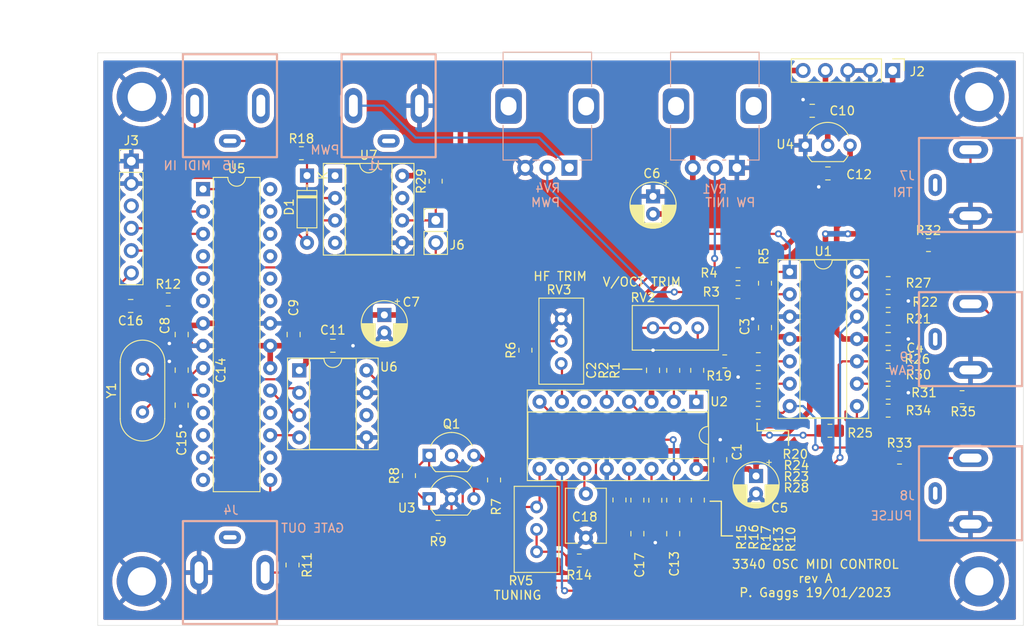
<source format=kicad_pcb>
(kicad_pcb (version 20211014) (generator pcbnew)
  (layers (0 "F.Cu" signal) (31 "B.Cu" signal) (34 "B.Paste" user) (35 "F.Paste" user) (36 "B.SilkS" user "B.Silkscreen") (37 "F.SilkS" user "F.Silkscreen") (38 "B.Mask" user) (39 "F.Mask" user) (44 "Edge.Cuts" user))
  (net 0 "")
  (net 1 "+12V")
  (net 2 "GND")
  (net 3 "-5V")
  (net 4 "-12V")
  (net 5 "Net-(J1-PadT)")
  (net 6 "Net-(R1-Pad1)")
  (net 7 "Net-(R1-Pad2)")
  (net 8 "Net-(R2-Pad2)")
  (net 9 "Net-(C13-Pad1)")
  (net 10 "Net-(C14-Pad1)")
  (net 11 "Net-(C15-Pad1)")
  (net 12 "Net-(C16-Pad1)")
  (net 13 "Net-(R6-Pad2)")
  (net 14 "Net-(C18-Pad1)")
  (net 15 "/DTR")
  (net 16 "+5V")
  (net 17 "Net-(C17-Pad1)")
  (net 18 "Net-(R10-Pad2)")
  (net 19 "Net-(D1-Pad1)")
  (net 20 "Net-(D1-Pad2)")
  (net 22 "/RXD")
  (net 23 "/TXD")
  (net 25 "Net-(J4-PadT)")
  (net 26 "Net-(J5-PadR)")
  (net 27 "Net-(J6-Pad1)")
  (net 28 "Net-(J7-PadT)")
  (net 29 "Net-(J8-PadT)")
  (net 30 "Net-(J9-PadT)")
  (net 31 "/REF_4V")
  (net 32 "Net-(R8-Pad1)")
  (net 33 "Net-(Q1-Pad2)")
  (net 34 "Net-(R3-Pad1)")
  (net 35 "Net-(R3-Pad2)")
  (net 36 "Net-(R4-Pad1)")
  (net 37 "Net-(R5-Pad2)")
  (net 38 "Net-(R15-Pad1)")
  (net 39 "Net-(R10-Pad1)")
  (net 40 "/GATE")
  (net 41 "Net-(R14-Pad2)")
  (net 42 "Net-(R17-Pad2)")
  (net 43 "Net-(R19-Pad1)")
  (net 44 "Net-(R19-Pad2)")
  (net 45 "Net-(R21-Pad2)")
  (net 46 "Net-(R23-Pad2)")
  (net 47 "Net-(R25-Pad1)")
  (net 48 "Net-(R25-Pad2)")
  (net 49 "Net-(R27-Pad2)")
  (net 50 "Net-(R28-Pad2)")
  (net 51 "Net-(R30-Pad2)")
  (net 52 "Net-(R34-Pad2)")
  (net 53 "Net-(RV3-Pad3)")
  (net 54 "Net-(U1-Pad12)")
  (net 60 "/SPI_CS")
  (net 63 "/SPI_DATA")
  (net 65 "/SPI_CLK")
  (footprint "Resistor_SMD:R_0805_2012Metric_Pad1.20x1.40mm_HandSolder" (layer "F.Cu") (at 142.234 62.82)
    (fp_text reference "R32")
    (fp_text value "470R")
  )
  (footprint "Capacitor_SMD:C_0805_2012Metric_Pad1.18x1.45mm_HandSolder" (layer "F.Cu") (at 130.8255 54.692)
    (fp_text reference "C12")
    (fp_text value "100nF")
  )
  (footprint "MountingHole:MountingHole_3.2mm_M3_ISO7380_Pad" (layer "F.Cu") (at 53 101)
    (fp_text reference "H1" hide)
    (fp_text value "MountingHole_Pad" hide)
  )
  (footprint "Resistor_SMD:R_0805_2012Metric_Pad1.20x1.40mm_HandSolder" (layer "F.Cu") (at 86.334 55.571 90)
    (fp_text reference "R29")
    (fp_text value "330R")
  )
  (footprint "Resistor_SMD:R_0805_2012Metric_Pad1.20x1.40mm_HandSolder" (layer "F.Cu") (at 102.626 98.634 180)
    (fp_text reference "R14")
    (fp_text value "91K")
  )
  (footprint "Potentiometer_THT:Potentiometer_Bourns_3296W_Vertical" (layer "F.Cu") (at 100.578 71.192 90)
    (fp_text reference "RV3")
    (fp_text value "20K")
  )
  (footprint "Resistor_SMD:R_0805_2012Metric_Pad1.20x1.40mm_HandSolder" (layer "F.Cu") (at 113.278 91.776 90)
    (fp_text reference "R13")
    (fp_text value "470R")
  )
  (footprint "Resistor_SMD:R_0805_2012Metric_Pad1.20x1.40mm_HandSolder" (layer "F.Cu") (at 120.628 68.154)
    (fp_text reference "R3")
    (fp_text value "100K")
  )
  (footprint "Capacitor_SMD:C_0805_2012Metric_Pad1.18x1.45mm_HandSolder" (layer "F.Cu") (at 51.738748 69.735 180)
    (fp_text reference "C16")
    (fp_text value "100nF")
  )
  (footprint "Crystal:Crystal_HC49-4H_Vertical" (layer "F.Cu") (at 53.08 81.78 90)
    (fp_text reference "Y1")
    (fp_text value "16MHz")
  )
  (footprint "Resistor_SMD:R_0805_2012Metric_Pad1.20x1.40mm_HandSolder" (layer "F.Cu") (at 56 69 180)
    (fp_text reference "R12")
    (fp_text value "10k")
  )
  (footprint "Resistor_SMD:R_0805_2012Metric_Pad1.20x1.40mm_HandSolder" (layer "F.Cu") (at 123.692 67.154 90)
    (fp_text reference "R5")
    (fp_text value "100K")
  )
  (footprint "Resistor_SMD:R_0805_2012Metric_Pad1.20x1.40mm_HandSolder" (layer "F.Cu") (at 70.098 99.142 -90)
    (fp_text reference "R11")
    (fp_text value "470R")
  )
  (footprint "Capacitor_SMD:C_0805_2012Metric_Pad1.18x1.45mm_HandSolder" (layer "F.Cu") (at 129.0475 47.58)
    (fp_text reference "C10")
    (fp_text value "100nF")
  )
  (footprint "Capacitor_SMD:C_0805_2012Metric_Pad1.18x1.45mm_HandSolder" (layer "F.Cu") (at 70.225 72.98 90)
    (fp_text reference "C9")
    (fp_text value "100nF")
  )
  (footprint "Capacitor_SMD:C_0805_2012Metric_Pad1.18x1.45mm_HandSolder" (layer "F.Cu") (at 109.214 95.586 -90)
    (fp_text reference "C17")
    (fp_text value "10nF")
  )
  (footprint "Resistor_SMD:R_0805_2012Metric_Pad1.20x1.40mm_HandSolder" (layer "F.Cu") (at 138.948 86.95)
    (fp_text reference "R33")
    (fp_text value "470R")
  )
  (footprint "Resistor_SMD:R_0805_2012Metric_Pad1.20x1.40mm_HandSolder" (layer "F.Cu") (at 107.182 91.76 -90)
    (fp_text reference "R15")
    (fp_text value "1M")
  )
  (footprint "Capacitor_SMD:C_0805_2012Metric_Pad1.18x1.45mm_HandSolder" (layer "F.Cu") (at 123.692 72.1965 90)
    (fp_text reference "C3")
    (fp_text value "100nF")
  )
  (footprint "Capacitor_SMD:C_0805_2012Metric_Pad1.18x1.45mm_HandSolder" (layer "F.Cu") (at 57.525 81.0025 -90)
    (fp_text reference "C15")
    (fp_text value "22pF")
  )
  (footprint "Resistor_SMD:R_0805_2012Metric_Pad1.20x1.40mm_HandSolder" (layer "F.Cu") (at 122.93 75.774)
    (fp_text reference "R20")
    (fp_text value "18K")
  )
  (footprint "Package_DIP:DIP-28_W7.62mm" (layer "F.Cu") (at 59.948 56.47)
    (fp_text reference "U5")
    (fp_text value "ATmega328P-P")
  )
  (footprint "Potentiometer_THT:Potentiometer_Bourns_3296W_Vertical" (layer "F.Cu") (at 110.982 72.218 180)
    (fp_text reference "RV2")
    (fp_text value "10K")
  )
  (footprint "Package_DIP:DIP-16_W7.62mm_Socket" (layer "F.Cu") (at 115.9 80.61 -90)
    (fp_text reference "U2")
    (fp_text value "AS3340")
  )
  (footprint "Resistor_SMD:R_0805_2012Metric_Pad1.20x1.40mm_HandSolder" (layer "F.Cu") (at 83.306 88.998 90)
    (fp_text reference "R8")
    (fp_text value "2K")
  )
  (footprint "Resistor_SMD:R_0805_2012Metric_Pad1.20x1.40mm_HandSolder" (layer "F.Cu") (at 86.608 94.824 180)
    (fp_text reference "R9")
    (fp_text value "3K3")
  )
  (footprint "Resistor_SMD:R_0805_2012Metric_Pad1.20x1.40mm_HandSolder" (layer "F.Cu") (at 131.058 83.902)
    (fp_text reference "R25")
    (fp_text value "10K")
  )
  (footprint "Capacitor_THT:C_Disc_D6.0mm_W4.4mm_P5.00mm" (layer "F.Cu") (at 103.372 91.054 -90)
    (fp_text reference "C18")
    (fp_text value "1nF")
  )
  (footprint "Resistor_SMD:R_0805_2012Metric_Pad1.20x1.40mm_HandSolder" (layer "F.Cu") (at 146.044 80.092)
    (fp_text reference "R35")
    (fp_text value "470R")
  )
  (footprint "Package_DIP:DIP-14_W7.62mm_Socket" (layer "F.Cu") (at 126.496 65.863)
    (fp_text reference "U1")
    (fp_text value "TL084")
  )
  (footprint "Capacitor_SMD:C_0805_2012Metric_Pad1.18x1.45mm_HandSolder" (layer "F.Cu") (at 74.67 74.25)
    (fp_text reference "C11")
    (fp_text value "100nF")
  )
  (footprint "Resistor_SMD:R_0805_2012Metric_Pad1.20x1.40mm_HandSolder" (layer "F.Cu") (at 122.93 77.806)
    (fp_text reference "R24")
    (fp_text value "18K")
  )
  (footprint "Resistor_SMD:R_0805_2012Metric_Pad1.20x1.40mm_HandSolder" (layer "F.Cu") (at 137.662 71.202 180)
    (fp_text reference "R21")
    (fp_text value "30K")
  )
  (footprint "Capacitor_SMD:C_0805_2012Metric_Pad1.18x1.45mm_HandSolder" (layer "F.Cu") (at 113.278 95.586 -90)
    (fp_text reference "C13")
    (fp_text value "10nF")
  )
  (footprint "Connector_PinHeader_2.54mm:PinHeader_1x06_P2.54mm_Vertical" (layer "F.Cu") (at 51.81 53.295)
    (fp_text reference "J3")
    (fp_text value "Conn_01x06")
  )
  (footprint "Resistor_SMD:R_0805_2012Metric_Pad1.20x1.40mm_HandSolder" (layer "F.Cu") (at 116.072 91.776 90)
    (fp_text reference "R10")
    (fp_text value "51K")
  )
  (footprint "Potentiometer_THT:Potentiometer_Bourns_3296W_Vertical" (layer "F.Cu") (at 97.784 97.638 -90)
    (fp_text reference "RV5")
    (fp_text value "20K")
  )
  (footprint "Package_TO_SOT_THT:TO-92_Inline_Wide" (layer "F.Cu") (at 128.264 51.496)
    (fp_text reference "U4")
    (fp_text value "L79L05_TO92")
  )
  (footprint "Resistor_SMD:R_0805_2012Metric_Pad1.20x1.40mm_HandSolder" (layer "F.Cu") (at 119.12 76.028 180)
    (fp_text reference "R19")
    (fp_text value "33K")
  )
  (footprint "Connector_PinHeader_2.54mm:PinHeader_1x05_P2.54mm_Vertical" (layer "F.Cu") (at 138.17 43.008 -90)
    (fp_text reference "J2")
    (fp_text value "Conn_01x05")
  )
  (footprint "Capacitor_SMD:C_0805_2012Metric_Pad1.18x1.45mm_HandSolder" (layer "F.Cu") (at 57.525 72.98 -90)
    (fp_text reference "C8")
    (fp_text value "100nF")
  )
  (footprint "Resistor_SMD:R_0805_2012Metric_Pad1.20x1.40mm_HandSolder" (layer "F.Cu") (at 120.628 66.122)
    (fp_text reference "R4")
    (fp_text value "240K")
  )
  (footprint "Resistor_SMD:R_0805_2012Metric_Pad1.20x1.40mm_HandSolder" (layer "F.Cu") (at 109.214 91.776 90)
    (fp_text reference "R16")
    (fp_text value "470R")
  )
  (footprint "Package_DIP:DIP-8_W7.62mm_Socket" (layer "F.Cu") (at 74.924 54.946)
    (fp_text reference "U7")
    (fp_text value "6N139")
  )
  (footprint "Resistor_SMD:R_0805_2012Metric_Pad1.20x1.40mm_HandSolder" (layer "F.Cu") (at 122.914 81.87)
    (fp_text reference "R28")
    (fp_text value "10K")
  )
  (footprint "Package_TO_SOT_THT:TO-92_Inline_Wide" (layer "F.Cu") (at 85.592 86.696)
    (fp_text reference "Q1")
    (fp_text value "2N3904")
  )
  (footprint "Capacitor_THT:CP_Radial_D5.0mm_P2.00mm" (layer "F.Cu") (at 110.992 57.292888 -90)
    (fp_text reference "C6")
    (fp_text value "10uF")
  )
  (footprint "Resistor_SMD:R_0805_2012Metric_Pad1.20x1.40mm_HandSolder" (layer "F.Cu") (at 122.93 79.838)
    (fp_text reference "R23")
    (fp_text value "30K")
  )
  (footprint "MountingHole:MountingHole_3.2mm_M3_ISO7380_Pad" (layer "F.Cu") (at 53 46)
    (fp_text reference "H4" hide)
    (fp_text value "MountingHole_Pad" hide)
  )
  (footprint "Resistor_SMD:R_0805_2012Metric_Pad1.20x1.40mm_HandSolder" (layer "F.Cu") (at 137.662 75.52 180)
    (fp_text reference "R26")
    (fp_text value "10K")
  )
  (footprint "Resistor_SMD:R_0805_2012Metric_Pad1.20x1.40mm_HandSolder" (layer "F.Cu") (at 116 77.044 -90)
    (fp_text reference "R1")
    (fp_text value "24K")
  )
  (footprint "Package_TO_SOT_THT:TO-92_Inline_Wide" (layer "F.Cu") (at 85.592 91.628)
    (fp_text reference "U3")
    (fp_text value "TL431LP")
  )
  (footprint "Capacitor_SMD:C_0805_2012Metric_Pad1.18x1.45mm_HandSolder" (layer "F.Cu") (at 137.662 73.488 180)
    (fp_text reference "C4")
    (fp_text value "100nF")
  )
  (footprint "Diode_THT:D_DO-35_SOD27_P7.62mm_Horizontal" (layer "F.Cu") (at 71.739 54.936 -90)
    (fp_text reference "D1")
    (fp_text value "1N4148")
  )
  (footprint "Resistor_SMD:R_0805_2012Metric_Pad1.20x1.40mm_HandSolder" (layer "F.Cu") (at 137.662 81.616)
    (fp_text reference "R34")
    (fp_text value "10K")
  )
  (footprint "Capacitor_THT:CP_Radial_D5.0mm_P2.00mm" (layer "F.Cu") (at 122.676 89.042888 -90)
    (fp_text reference "C5")
    (fp_text value "10uF")
  )
  (footprint "Capacitor_SMD:C_0805_2012Metric_Pad1.18x1.45mm_HandSolder" (layer "F.Cu") (at 118.612 87.204 90)
    (fp_text reference "C1")
    (fp_text value "100nF")
  )
  (footprint "Resistor_SMD:R_0805_2012Metric_Pad1.20x1.40mm_HandSolder" (layer "F.Cu") (at 137.662 77.552 180)
    (fp_text reference "R30")
    (fp_text value "30K")
  )
  (footprint "Package_DIP:DIP-8_W7.62mm_Socket" (layer "F.Cu") (at 70.86 77.044)
    (fp_text reference "U6")
    (fp_text value "MCP4822")
  )
  (footprint "Resistor_SMD:R_0805_2012Metric_Pad1.20x1.40mm_HandSolder" (layer "F.Cu") (at 113.278 77.044 -90)
    (fp_text reference "R2")
    (fp_text value "5K6")
  )
  (footprint "MountingHole:MountingHole_3.2mm_M3_ISO7380_Pad" (layer "F.Cu") (at 148 101)
    (fp_text reference "H2" hide)
    (fp_text value "MountingHole_Pad" hide)
  )
  (footprint "Resistor_SMD:R_0805_2012Metric_Pad1.20x1.40mm_HandSolder" (layer "F.Cu") (at 111.246 91.792 90)
    (fp_text reference "R17")
    (fp_text value "1K8")
  )
  (footprint "Resistor_SMD:R_0805_2012Metric_Pad1.20x1.40mm_HandSolder" (layer "F.Cu") (at 137.662 69.17 180)
    (fp_text reference "R22")
    (fp_text value "15K")
  )
  (footprint "Capacitor_SMD:C_0805_2012Metric_Pad1.18x1.45mm_HandSolder" (layer "F.Cu") (at 110.992 77.044 -90)
    (fp_text reference "C2")
    (fp_text value "100nF")
  )
  (footprint "Resistor_SMD:R_0805_2012Metric_Pad1.20x1.40mm_HandSolder" (layer "F.Cu") (at 92.958 89.49 90)
    (fp_text reference "R7")
    (fp_text value "3K3")
  )
  (footprint "Resistor_SMD:R_0805_2012Metric_Pad1.20x1.40mm_HandSolder" (layer "F.Cu") (at 96.514 74.758 90)
    (fp_text reference "R6")
    (fp_text value "1M")
  )
  (footprint "MountingHole:MountingHole_3.2mm_M3_ISO7380_Pad" (layer "F.Cu") (at 148 46)
    (fp_text reference "H3" hide)
    (fp_text value "MountingHole_Pad" hide)
  )
  (footprint "Resistor_SMD:R_0805_2012Metric_Pad1.20x1.40mm_HandSolder" (layer "F.Cu") (at 137.662 79.584 180)
    (fp_text reference "R31")
    (fp_text value "15K")
  )
  (footprint "Capacitor_SMD:C_0805_2012Metric_Pad1.18x1.45mm_HandSolder" (layer "F.Cu") (at 57.525 77.0225 90)
    (fp_text reference "C14")
    (fp_text value "22pF")
  )
  (footprint "Connector_PinHeader_2.54mm:PinHeader_1x02_P2.54mm_Vertical" (layer "F.Cu") (at 86.344 60.011)
    (fp_text reference "J6")
    (fp_text value "Conn_01x02")
  )
  (footprint "Resistor_SMD:R_0805_2012Metric_Pad1.20x1.40mm_HandSolder" (layer "F.Cu") (at 71.104 52.396)
    (fp_text reference "R18")
    (fp_text value "220R")
  )
  (footprint "Capacitor_THT:CP_Radial_D5.0mm_P2.00mm" (layer "F.Cu") (at 80.512 70.754888 -90)
    (fp_text reference "C7")
    (fp_text value "10uF")
  )
  (footprint "Resistor_SMD:R_0805_2012Metric_Pad1.20x1.40mm_HandSolder" (layer "F.Cu") (at 137.662 67.138)
    (fp_text reference "R27")
    (fp_text value "10K")
  )
  (footprint "Pete:jack_3.5mm_mono_vertical_soundtronics_7212-239" (layer "B.Cu") (at 81 47 -90)
    (fp_text reference "J1")
    (fp_text value "AudioJack2")
  )
  (footprint "Potentiometer_THT:Potentiometer_Alps_RK09K_Single_Vertical" (layer "B.Cu") (at 101.5 54.05 90)
    (fp_text reference "RV4")
    (fp_text value "100K")
  )
  (footprint "Pete:jack_3.5mm_mono_vertical_soundtronics_7212-239" (layer "B.Cu") (at 63 100 90)
    (fp_text reference "J4")
    (fp_text value "AudioJack2")
  )
  (footprint "Pete:jack_3.5mm_mono_vertical_soundtronics_7212-239" (layer "B.Cu") (at 147 73.5 180)
    (fp_text reference "J9")
    (fp_text value "AudioJack2")
  )
  (footprint "Pete:jack_3.5mm_stereo_vertical_soundtronics_7212-240" (layer "B.Cu") (at 63 47 -90)
    (fp_text reference "J5")
    (fp_text value "AudioJack3")
  )
  (footprint "Potentiometer_THT:Potentiometer_Alps_RK09K_Single_Vertical" (layer "B.Cu") (at 120.5 54.05 90)
    (fp_text reference "RV1")
    (fp_text value "100K")
  )
  (footprint "Pete:jack_3.5mm_mono_vertical_soundtronics_7212-239" (layer "B.Cu") (at 147 56 180)
    (fp_text reference "J7")
    (fp_text value "AudioJack2")
  )
  (footprint "Pete:jack_3.5mm_mono_vertical_soundtronics_7212-239" (layer "B.Cu") (at 147 91 180)
    (fp_text reference "J8")
    (fp_text value "AudioJack2")
  )
  (gr_line (start 122.803 83.902) (end 122.803 83.013) (layer "F.SilkS") (width 0.15))
  (gr_line (start 126.359 85.553) (end 126.359 83.902) (layer "F.SilkS") (width 0.15))
  (gr_line (start 126.359 83.902) (end 122.803 83.902) (layer "F.SilkS") (width 0.15))
  (gr_line (start 118.739 95.84) (end 118.739 91.903) (layer "F.SilkS") (width 0.15))
  (gr_line (start 107.563 76.917) (end 109.722 76.917) (layer "F.SilkS") (width 0.15))
  (gr_line (start 120.009 95.84) (end 118.739 95.84) (layer "F.SilkS") (width 0.15))
  (gr_line (start 118.739 91.903) (end 117.469 91.903) (layer "F.SilkS") (width 0.15))
  (gr_rect locked (start 48 41) (end 153 106) (layer "Edge.Cuts") (width 0.05) (fill none))
  (gr_text "MIDI IN" (at 58.16 53.803) (layer "B.SilkS") (effects (font (size 1 1)) (justify mirror)))
  (gr_text "SAW" (at 139.186 77.044) (layer "B.SilkS") (effects (font (size 1 1)) (justify mirror)))
  (gr_text "GATE OUT" (at 72.384 94.951) (layer "B.SilkS") (effects (font (size 1 1)) (justify mirror)))
  (gr_text "PWM" (at 98.8 57.994) (layer "B.SilkS") (effects (font (size 1 1)) (justify mirror)))
  (gr_text "PW INIT" (at 119.755 57.994) (layer "B.SilkS") (effects (font (size 1 1)) (justify mirror)))
  (gr_text "TRI" (at 139.313 56.851) (layer "B.SilkS") (effects (font (size 1 1)) (justify mirror)))
  (gr_text "PWM" (at 73.781 52.025) (layer "B.SilkS") (effects (font (size 1 1)) (justify mirror)))
  (gr_text "PULSE" (at 138.043 93.554) (layer "B.SilkS") (effects (font (size 1 1)) (justify mirror)))
  (gr_text "TUNING" (at 95.625 102.571) (layer "F.SilkS") (effects (font (size 1 1))))
  (gr_text "V/OCT TRIM" (at 109.722 67.011) (layer "F.SilkS") (effects (font (size 1 1))))
  (gr_text "3340 OSC MIDI CONTROL\nrev A\nP. Gaggs 19/01/2023" (at 129.407 100.666) (layer "F.SilkS") (effects (font (size 1 1))))
  (gr_text "HF TRIM" (at 100.451 66.376) (layer "F.SilkS") (effects (font (size 1 1))))
  (segment (start 107.182 92.76) (end 104.515 90.093) (width 0.25) (layer "F.Cu") (net 1))
  (segment (start 142.234 61.55) (end 138.17 57.486) (width 0.25) (layer "F.Cu") (net 1))
  (segment (start 104.615 86.415) (end 104.388 86.188) (width 0.25) (layer "F.Cu") (net 1))
  (segment (start 123.692 73.234) (end 126.247 73.234) (width 0.635) (layer "F.Cu") (net 1))
  (segment (start 126.867 83.521) (end 126.994 83.394) (width 0.25) (layer "F.Cu") (net 1))
  (segment (start 134.106 61.55) (end 133.09 61.55) (width 0.635) (layer "F.Cu") (net 1))
  (segment (start 115.9 88.23) (end 115.9 86.778) (width 0.635) (layer "F.Cu") (net 1))
  (segment (start 140.71 71.202) (end 138.662 71.202) (width 0.25) (layer "F.Cu") (net 1))
  (segment (start 120.517 80.473) (end 120.517 82.759) (width 0.25) (layer "F.Cu") (net 1))
  (segment (start 126.247 73.234) (end 126.496 73.483) (width 0.635) (layer "F.Cu") (net 1))
  (segment (start 126.994 83.394) (end 122.676 87.712) (width 0.635) (layer "F.Cu") (net 1))
  (segment (start 141.98 70.313) (end 142.234 70.059) (width 0.25) (layer "F.Cu") (net 1))
  (segment (start 141.218 76.917) (end 141.218 71.71) (width 0.25) (layer "F.Cu") (net 1))
  (segment (start 115.9 86.778) (end 115.31 86.188) (width 0.635) (layer "F.Cu") (net 1))
  (segment (start 141.218 71.71) (end 140.71 71.202) (width 0.25) (layer "F.Cu") (net 1))
  (segment (start 128.259 73.483) (end 128.772 73.996) (width 0.635) (layer "F.Cu") (net 1))
  (segment (start 96.546 86.188) (end 94.244 88.49) (width 0.635) (layer "F.Cu") (net 1))
  (segment (start 130.55 61.55) (end 130.55 71.202) (width 0.635) (layer "F.Cu") (net 1))
  (segment (start 121.874612 88.2415) (end 122.676 89.042888) (width 0.635) (layer "F.Cu") (net 1))
  (segment (start 121.279 83.521) (end 126.867 83.521) (width 0.25) (layer "F.Cu") (net 1))
  (segment (start 94.244 88.49) (end 92.958 88.49) (width 0.635) (layer "F.Cu") (net 1))
  (segment (start 115.31 86.188) (end 104.388 86.188) (width 0.635) (layer "F.Cu") (net 1))
  (segment (start 104.515 86.315) (end 104.388 86.188) (width 0.25) (layer "F.Cu") (net 1))
  (segment (start 142.234 70.059) (end 142.234 61.55) (width 0.25) (layer "F.Cu") (net 1))
  (segment (start 104.515 90.093) (end 104.515 86.315) (width 0.25) (layer "F.Cu") (net 1))
  (segment (start 91.164 86.696) (end 92.958 88.49) (width 0.635) (layer "F.Cu") (net 1))
  (segment (start 138.662 71.202) (end 140.583 71.202) (width 0.25) (layer "F.Cu") (net 1))
  (segment (start 138.17 57.486) (end 134.106 61.55) (width 0.635) (layer "F.Cu") (net 1))
  (segment (start 141.472 70.313) (end 141.98 70.313) (width 0.25) (layer "F.Cu") (net 1))
  (segment (start 128.772 81.616) (end 126.994 83.394) (width 0.635) (layer "F.Cu") (net 1))
  (segment (start 118.6005 88.23) (end 118.612 88.2415) (width 0.635) (layer "F.Cu") (net 1))
  (segment (start 138.662 77.552) (end 140.583 77.552) (width 0.25) (layer "F.Cu") (net 1))
  (segment (start 138.17 43.008) (end 138.17 57.486) (width 0.635) (layer "F.Cu") (net 1))
  (segment (start 128.259 73.483) (end 126.496 73.483) (width 0.635) (layer "F.Cu") (net 1))
  (segment (start 128.772 73.996) (end 128.772 81.616) (width 0.635) (layer "F.Cu") (net 1))
  (segment (start 120.517 82.759) (end 121.279 83.521) (width 0.25) (layer "F.Cu") (net 1))
  (segment (start 128.264 73.488) (end 128.259 73.483) (width 0.635) (layer "F.Cu") (net 1))
  (segment (start 115.9 88.23) (end 118.6005 88.23) (width 0.635) (layer "F.Cu") (net 1))
  (segment (start 122.676 87.712) (end 122.676 89.042888) (width 0.635) (layer "F.Cu") (net 1))
  (segment (start 140.583 77.552) (end 141.218 76.917) (width 0.25) (layer "F.Cu") (net 1))
  (segment (start 121.152 79.838) (end 120.517 80.473) (width 0.25) (layer "F.Cu") (net 1))
  (segment (start 140.583 71.202) (end 141.472 70.313) (width 0.25) (layer "F.Cu") (net 1))
  (segment (start 121.93 79.838) (end 121.152 79.838) (width 0.25) (layer "F.Cu") (net 1))
  (segment (start 104.388 86.188) (end 96.546 86.188) (width 0.635) (layer "F.Cu") (net 1))
  (segment (start 118.612 88.2415) (end 121.874612 88.2415) (width 0.635) (layer "F.Cu") (net 1))
  (segment (start 130.55 71.202) (end 128.264 73.488) (width 0.635) (layer "F.Cu") (net 1))
  (segment (start 90.672 86.696) (end 91.164 86.696) (width 0.635) (layer "F.Cu") (net 1))
  (via (at 133.09 61.55) (size 0.8) (drill 0.4) (layers "F.Cu" "B.Cu") (net 1))
  (via (at 130.55 61.55) (size 0.8) (drill 0.4) (layers "F.Cu" "B.Cu") (net 1))
  (segment (start 133.09 61.55) (end 130.55 61.55) (width 0.635) (layer "B.Cu") (net 1))
  (segment (start 138.662 79.584) (end 139.948 79.584) (width 0.25) (layer "F.Cu") (net 2))
  (segment (start 109.214 96.6235) (end 111.2245 96.6235) (width 0.25) (layer "F.Cu") (net 2))
  (segment (start 123.692 71.159) (end 122.338 71.159) (width 0.25) (layer "F.Cu") (net 2))
  (segment (start 111.2245 96.6235) (end 111.246 96.602) (width 0.25) (layer "F.Cu") (net 2))
  (segment (start 57.525 74.0175) (end 56.1495 74.0175) (width 0.25) (layer "F.Cu") (net 2))
  (segment (start 128.01 47.58) (end 128.01 46.31) (width 0.2032) (layer "F.Cu") (net 2))
  (segment (start 111.246 92.792) (end 111.246 96.602) (width 0.25) (layer "F.Cu") (net 2))
  (segment (start 87.608 94.824) (end 88.132 94.3) (width 0.25) (layer "F.Cu") (net 2))
  (segment (start 129.788 54.692) (end 129.788 56.216) (width 0.2032) (layer "F.Cu") (net 2))
  (segment (start 110.992 76.0065) (end 110.992 74.758) (width 0.25) (layer "F.Cu") (net 2))
  (segment (start 118.612 86.1665) (end 118.612 84.918) (width 0.2032) (layer "F.Cu") (net 2))
  (segment (start 75.7075 74.25) (end 76.956 74.25) (width 0.25) (layer "F.Cu") (net 2))
  (segment (start 138.6995 73.488) (end 139.948 73.488) (width 0.2032) (layer "F.Cu") (net 2))
  (segment (start 57.525 75.985) (end 56.171 75.985) (width 0.25) (layer "F.Cu") (net 2))
  (segment (start 122.338 71.159) (end 122.295 71.202) (width 0.25) (layer "F.Cu") (net 2))
  (segment (start 121.93 75.774) (end 121.93 77.806) (width 0.25) (layer "F.Cu") (net 2))
  (segment (start 138.662 75.52) (end 138.662 73.5255) (width 0.25) (layer "F.Cu") (net 2))
  (segment (start 138.662 73.5255) (end 138.6995 73.488) (width 0.25) (layer "F.Cu") (net 2))
  (segment (start 138.662 69.17) (end 139.948 69.17) (width 0.25) (layer "F.Cu") (net 2))
  (segment (start 56.1495 74.0175) (end 56.128 73.996) (width 0.25) (layer "F.Cu") (net 2))
  (segment (start 88.132 94.3) (end 88.132 91.628) (width 0.25) (layer "F.Cu") (net 2))
  (segment (start 56.171 75.985) (end 56.128 76.028) (width 0.25) (layer "F.Cu") (net 2))
  (segment (start 111.2675 96.6235) (end 111.246 96.602) (width 0.25) (layer "F.Cu") (net 2))
  (segment (start 113.278 96.6235) (end 111.2675 96.6235) (width 0.25) (layer "F.Cu") (net 2))
  (segment (start 57.525 82.04) (end 57.525 83.267) (width 0.25) (layer "F.Cu") (net 2))
  (segment (start 57.525 83.267) (end 57.398 83.394) (width 0.25) (layer "F.Cu") (net 2))
  (segment (start 69.9925 71.71) (end 67.568 71.71) (width 0.25) (layer "F.Cu") (net 2))
  (segment (start 70.225 71.9425) (end 69.9925 71.71) (width 0.25) (layer "F.Cu") (net 2))
  (segment (start 121.93 77.806) (end 120.644 77.806) (width 0.25) (layer "F.Cu") (net 2))
  (via (at 76.956 74.25) (size 0.8) (drill 0.4) (layers "F.Cu" "B.Cu") (net 2))
  (via (at 128.01 46.31) (size 0.8) (drill 0.4) (layers "F.Cu" "B.Cu") (net 2))
  (via (at 110.992 74.758) (size 0.8) (drill 0.4) (layers "F.Cu" "B.Cu") (net 2))
  (via (at 57.398 83.394) (size 0.8) (drill 0.4) (layers "F.Cu" "B.Cu") (net 2))
  (via (at 56.128 73.996) (size 0.8) (drill 0.4) (layers "F.Cu" "B.Cu") (net 2))
  (via (at 56.128 76.028) (size 0.8) (drill 0.4) (layers "F.Cu" "B.Cu") (net 2))
  (via (at 118.612 84.918) (size 0.8) (drill 0.4) (layers "F.Cu" "B.Cu") (net 2))
  (via (at 120.644 77.806) (size 0.8) (drill 0.4) (layers "F.Cu" "B.Cu") (net 2))
  (via (at 122.295 71.202) (size 0.8) (drill 0.4) (layers "F.Cu" "B.Cu") (net 2))
  (via (at 139.948 69.17) (size 0.8) (drill 0.4) (layers "F.Cu" "B.Cu") (net 2))
  (via (at 129.788 56.216) (size 0.8) (drill 0.4) (layers "F.Cu" "B.Cu") (net 2))
  (via (at 111.246 96.602) (size 0.8) (drill 0.4) (layers "F.Cu" "B.Cu") (net 2))
  (via (at 139.948 73.488) (size 0.8) (drill 0.4) (layers "F.Cu" "B.Cu") (net 2))
  (via (at 139.948 79.584) (size 0.8) (drill 0.4) (layers "F.Cu" "B.Cu") (net 2))
  (segment (start 131.863 57.189) (end 131.863 54.692) (width 0.635) (layer "F.Cu") (net 3))
  (segment (start 133.344 53.211) (end 133.344 51.496) (width 0.635) (layer "F.Cu") (net 3))
  (segment (start 109.2355 78.0815) (end 108.96 77.806) (width 0.635) (layer "F.Cu") (net 3))
  (segment (start 113.0295 76.044) (end 110.992 78.0815) (width 0.25) (layer "F.Cu") (net 3))
  (segment (start 131.863 54.692) (end 133.344 53.211) (width 0.635) (layer "F.Cu") (net 3))
  (segment (start 125.978 63.074) (end 131.863 57.189) (width 0.635) (layer "F.Cu") (net 3))
  (segment (start 113.522 72.218) (end 110.982 72.218) (width 0.25) (layer "F.Cu") (net 3))
  (segment (start 110.992 78.0815) (end 109.2355 78.0815) (width 0.635) (layer "F.Cu") (net 3))
  (segment (start 110.82 80.61) (end 110.82 78.2535) (width 0.635) (layer "F.Cu") (net 3))
  (segment (start 108.96 72.472) (end 108.96 69.678) (width 0.635) (layer "F.Cu") (net 3))
  (segment (start 110.982 72.218) (end 109.214 72.218) (width 0.25) (layer "F.Cu") (net 3))
  (segment (start 108.96 77.806) (end 108.96 72.472) (width 0.635) (layer "F.Cu") (net 3))
  (segment (start 109.214 72.218) (end 108.96 72.472) (width 0.25) (layer "F.Cu") (net 3))
  (segment (start 113.278 76.044) (end 113.0295 76.044) (width 0.25) (layer "F.Cu") (net 3))
  (segment (start 110.82 78.2535) (end 110.992 78.0815) (width 0.635) (layer "F.Cu") (net 3))
  (segment (start 115.564 63.074) (end 125.978 63.074) (width 0.635) (layer "F.Cu") (net 3))
  (segment (start 108.96 69.678) (end 115.564 63.074) (width 0.635) (layer "F.Cu") (net 3))
  (segment (start 125.978 50.628) (end 125.978 45.548) (width 0.635) (layer "F.Cu") (net 4))
  (segment (start 110.992 59.292888) (end 113.757112 59.292888) (width 0.635) (layer "F.Cu") (net 4))
  (segment (start 124.962 51.644) (end 125.978 50.628) (width 0.635) (layer "F.Cu") (net 4))
  (segment (start 134.121 73.488) (end 134.116 73.483) (width 0.635) (layer "F.Cu") (net 4))
  (segment (start 116.326 51.644) (end 124.962 51.644) (width 0.635) (layer "F.Cu") (net 4))
  (segment (start 130.085 46.775) (end 130.55 46.31) (width 0.635) (layer "F.Cu") (net 4))
  (segment (start 130.085 49.147) (end 130.804 49.866) (width 0.635) (layer "F.Cu") (net 4))
  (segment (start 130.085 47.58) (end 130.085 49.147) (width 0.635) (layer "F.Cu") (net 4))
  (segment (start 131.82 45.04) (end 130.55 45.04) (width 0.635) (layer "F.Cu") (net 4))
  (segment (start 130.085 47.58) (end 130.085 46.775) (width 0.635) (layer "F.Cu") (net 4))
  (segment (start 125.978 45.548) (end 126.486 45.04) (width 0.635) (layer "F.Cu") (net 4))
  (segment (start 135.884 49.104) (end 131.82 45.04) (width 0.635) (layer "F.Cu") (net 4))
  (segment (start 131.82 60.788) (end 135.884 56.724) (width 0.635) (layer "F.Cu") (net 4))
  (segment (start 136.6245 73.488) (end 134.121 73.488) (width 0.635) (layer "F.Cu") (net 4))
  (segment (start 126.486 45.04) (end 130.55 45.04) (width 0.635) (layer "F.Cu") (net 4))
  (segment (start 134.116 73.483) (end 132.577 73.483) (width 0.635) (layer "F.Cu") (net 4))
  (segment (start 115.5 54.05) (end 115.5 52.47) (width 0.635) (layer "F.Cu") (net 4))
  (segment (start 130.55 45.04) (end 130.55 43.008) (width 0.635) (layer "F.Cu") (net 4))
  (segment (start 115.5 57.55) (end 115.5 54.05) (width 0.635) (layer "F.Cu") (net 4))
  (segment (start 131.82 72.726) (end 131.82 60.788) (width 0.635) (layer "F.Cu") (net 4))
  (segment (start 130.804 49.866) (end 130.804 51.496) (width 0.635) (layer "F.Cu") (net 4))
  (segment (start 132.577 73.483) (end 131.82 72.726) (width 0.635) (layer "F.Cu") (net 4))
  (segment (start 115.5 52.47) (end 116.326 51.644) (width 0.635) (layer "F.Cu") (net 4))
  (segment (start 130.55 46.31) (end 130.55 45.04) (width 0.635) (layer "F.Cu") (net 4))
  (segment (start 113.757112 59.292888) (end 115.5 57.55) (width 0.635) (layer "F.Cu") (net 4))
  (segment (start 135.884 56.724) (end 135.884 49.104) (width 0.635) (layer "F.Cu") (net 4))
  (segment (start 80.44 47) (end 84.068 50.628) (width 0.25) (layer "B.Cu") (net 5))
  (segment (start 77 47) (end 80.44 47) (width 0.25) (layer "B.Cu") (net 5))
  (segment (start 98.078 50.628) (end 101.5 54.05) (width 0.25) (layer "B.Cu") (net 5))
  (segment (start 84.068 50.628) (end 98.078 50.628) (width 0.25) (layer "B.Cu") (net 5))
  (segment (start 116.062 75.982) (end 116 76.044) (width 0.25) (layer "F.Cu") (net 6))
  (segment (start 116.062 72.218) (end 116.062 75.982) (width 0.25) (layer "F.Cu") (net 6))
  (segment (start 115.9 78.144) (end 116 78.044) (width 0.25) (layer "F.Cu") (net 7))
  (segment (start 115.9 80.61) (end 115.9 78.144) (width 0.25) (layer "F.Cu") (net 7))
  (segment (start 113.36 80.61) (end 113.36 78.126) (width 0.25) (layer "F.Cu") (net 8))
  (segment (start 113.36 78.126) (end 113.278 78.044) (width 0.25) (layer "F.Cu") (net 8))
  (segment (start 113.278 92.776) (end 113.278 94.5485) (width 0.25) (layer "F.Cu") (net 9))
  (segment (start 54.24 78.06) (end 53.08 76.9) (width 0.25) (layer "F.Cu") (net 10))
  (segment (start 57.525 78.06) (end 54.24 78.06) (width 0.25) (layer "F.Cu") (net 10))
  (segment (start 58.16 78.06) (end 59.43 76.79) (width 0.25) (layer "F.Cu") (net 10))
  (segment (start 59.43 76.79) (end 59.948 76.79) (width 0.25) (layer "F.Cu") (net 10))
  (segment (start 57.525 78.06) (end 58.16 78.06) (width 0.25) (layer "F.Cu") (net 10))
  (segment (start 59.44 79.838) (end 59.948 79.33) (width 0.25) (layer "F.Cu") (net 11))
  (segment (start 54.895 79.965) (end 53.08 81.78) (width 0.25) (layer "F.Cu") (net 11))
  (segment (start 57.525 79.965) (end 57.652 79.838) (width 0.25) (layer "F.Cu") (net 11))
  (segment (start 57.525 79.965) (end 54.895 79.965) (width 0.25) (layer "F.Cu") (net 11))
  (segment (start 57.652 79.838) (end 59.44 79.838) (width 0.25) (layer "F.Cu") (net 11))
  (segment (start 61.462 56.47) (end 59.948 56.47) (width 0.25) (layer "F.Cu") (net 12))
  (segment (start 61.97 56.978) (end 61.462 56.47) (width 0.25) (layer "F.Cu") (net 12))
  (segment (start 55 69) (end 58.64 65.36) (width 0.25) (layer "F.Cu") (net 12))
  (segment (start 58.64 65.36) (end 61.462 65.36) (width 0.25) (layer "F.Cu") (net 12))
  (segment (start 54.265 69.735) (end 55 69) (width 0.25) (layer "F.Cu") (net 12))
  (segment (start 61.97 64.852) (end 61.97 56.978) (width 0.25) (layer "F.Cu") (net 12))
  (segment (start 52.776248 69.735) (end 54.265 69.735) (width 0.25) (layer "F.Cu") (net 12))
  (segment (start 61.462 65.36) (end 61.97 64.852) (width 0.25) (layer "F.Cu") (net 12))
  (segment (start 96.514 73.758) (end 96.54 73.732) (width 0.25) (layer "F.Cu") (net 13))
  (segment (start 96.54 73.732) (end 100.578 73.732) (width 0.25) (layer "F.Cu") (net 13))
  (segment (start 103.2 88.23) (end 103.2 90.882) (width 0.25) (layer "F.Cu") (net 14))
  (segment (start 103.2 90.882) (end 103.372 91.054) (width 0.25) (layer "F.Cu") (net 14))
  (segment (start 50.54 67.265) (end 50.54 69.573752) (width 0.25) (layer "F.Cu") (net 15))
  (segment (start 51.81 65.995) (end 50.54 67.265) (width 0.25) (layer "F.Cu") (net 15))
  (segment (start 50.54 69.573752) (end 50.701248 69.735) (width 0.25) (layer "F.Cu") (net 15))
  (segment (start 88.507 54.571) (end 86.334 54.571) (width 0.635) (layer "F.Cu") (net 16))
  (segment (start 86.201 54.438) (end 86.334 54.571) (width 0.635) (layer "F.Cu") (net 16))
  (segment (start 80.512 70.754888) (end 86.547112 70.754888) (width 0.635) (layer "F.Cu") (net 16))
  (segment (start 67.568 74.25) (end 67.568 76.79) (width 0.635) (layer "F.Cu") (net 16))
  (segment (start 65.526 74.25) (end 62.986 71.71) (width 0.635) (layer "F.Cu") (net 16))
  (segment (start 82.544 54.946) (end 83.814 54.946) (width 0.635) (layer "F.Cu") (net 16))
  (segment (start 70.86 77.044) (end 71.622 76.282) (width 0.635) (layer "F.Cu") (net 16))
  (segment (start 73.6325 74.25) (end 71.622 74.25) (width 0.635) (layer "F.Cu") (net 16))
  (segment (start 62.986 71.71) (end 59.948 71.71) (width 0.635) (layer "F.Cu") (net 16))
  (segment (start 57.652 70.694) (end 57.652 71.8155) (width 0.2032) (layer "F.Cu") (net 16))
  (segment (start 71.622 76.282) (end 71.622 74.25) (width 0.635) (layer "F.Cu") (net 16))
  (segment (start 57.525 71.9425) (end 59.7155 71.9425) (width 0.635) (layer "F.Cu") (net 16))
  (segment (start 69.9925 74.25) (end 70.225 74.0175) (width 0.635) (layer "F.Cu") (net 16))
  (segment (start 89.148 53.93) (end 88.507 54.571) (width 0.635) (layer "F.Cu") (net 16))
  (segment (start 57.652 71.8155) (end 57.525 71.9425) (width 0.2032) (layer "F.Cu") (net 16))
  (segment (start 84.322 54.438) (end 86.201 54.438) (width 0.635) (layer "F.Cu") (net 16))
  (segment (start 89.148 46.31) (end 89.148 53.93) (width 0.635) (layer "F.Cu") (net 16))
  (segment (start 92.45 43.008) (end 89.148 46.31) (width 0.635) (layer "F.Cu") (net 16))
  (segment (start 71.622 74.25) (end 70.4575 74.25) (width 0.635) (layer "F.Cu") (net 16))
  (segment (start 67.568 74.25) (end 69.9925 74.25) (width 0.635) (layer "F.Cu") (net 16))
  (segment (start 83.814 54.946) (end 84.322 54.438) (width 0.635) (layer "F.Cu") (net 16))
  (segment (start 57 69) (end 57 70.042) (width 0.2032) (layer "F.Cu") (net 16))
  (segment (start 67.568 74.25) (end 65.526 74.25) (width 0.635) (layer "F.Cu") (net 16))
  (segment (start 74.101112 70.754888) (end 73.6325 71.2235) (width 0.635) (layer "F.Cu") (net 16))
  (segment (start 86.547112 70.754888) (end 88.507 68.795) (width 0.635) (layer "F.Cu") (net 16))
  (segment (start 59.7155 71.9425) (end 59.948 71.71) (width 0.635) (layer "F.Cu") (net 16))
  (segment (start 88.507 68.795) (end 88.507 54.571) (width 0.635) (layer "F.Cu") (net 16))
  (segment (start 70.4575 74.25) (end 70.225 74.0175) (width 0.635) (layer "F.Cu") (net 16))
  (segment (start 57 70.042) (end 57.652 70.694) (width 0.2032) (layer "F.Cu") (net 16))
  (segment (start 128.01 43.008) (end 92.45 43.008) (width 0.635) (layer "F.Cu") (net 16))
  (segment (start 73.6325 71.2235) (end 73.6325 74.25) (width 0.635) (layer "F.Cu") (net 16))
  (segment (start 80.512 70.754888) (end 74.101112 70.754888) (width 0.635) (layer "F.Cu") (net 16))
  (segment (start 109.214 94.5485) (end 109.214 92.776) (width 0.25) (layer "F.Cu") (net 17))
  (segment (start 97.022 84.918) (end 96.514 84.41) (width 0.25) (layer "F.Cu") (net 18))
  (segment (start 96.514 75.758) (end 96.514 84.41) (width 0.25) (layer "F.Cu") (net 18))
  (segment (start 113.278 90.776) (end 113.36 90.694) (width 0.25) (layer "F.Cu") (net 18))
  (segment (start 116.072 90.776) (end 114.564 90.776) (width 0.25) (layer "F.Cu") (net 18))
  (segment (start 113.278 90.776) (end 114.564 90.776) (width 0.25) (layer "F.Cu") (net 18))
  (segment (start 114.04 98.634) (end 114.564 98.11) (width 0.25) (layer "F.Cu") (net 18))
  (segment (start 103.626 98.634) (end 114.04 98.634) (width 0.25) (layer "F.Cu") (net 18))
  (segment (start 113.278 84.918) (end 97.022 84.918) (width 0.25) (layer "F.Cu") (net 18))
  (segment (start 114.564 98.11) (end 114.564 90.776) (width 0.25) (layer "F.Cu") (net 18))
  (segment (start 113.36 90.694) (end 113.36 88.23) (width 0.25) (layer "F.Cu") (net 18))
  (via (at 113.278 84.918) (size 0.8) (drill 0.4) (layers "F.Cu" "B.Cu") (net 18))
  (segment (start 113.36 85) (end 113.278 84.918) (width 0.25) (layer "B.Cu") (net 18))
  (segment (start 113.36 88.23) (end 113.36 85) (width 0.25) (layer "B.Cu") (net 18))
  (segment (start 72.638 57.486) (end 71.739 56.587) (width 0.25) (layer "F.Cu") (net 19))
  (segment (start 71.739 56.587) (end 71.739 54.936) (width 0.25) (layer "F.Cu") (net 19))
  (segment (start 74.924 57.486) (end 72.638 57.486) (width 0.25) (layer "F.Cu") (net 19))
  (segment (start 72.104 52.396) (end 71.739 52.761) (width 0.25) (layer "F.Cu") (net 19))
  (segment (start 71.739 52.761) (end 71.739 54.936) (width 0.25) (layer "F.Cu") (net 19))
  (segment (start 59 51.214) (end 61.716 53.93) (width 0.25) (layer "F.Cu") (net 20))
  (segment (start 69.59 60.407) (end 71.739 62.556) (width 0.25) (layer "F.Cu") (net 20))
  (segment (start 71.739 60.925) (end 71.739 62.556) (width 0.25) (layer "F.Cu") (net 20))
  (segment (start 61.716 53.93) (end 68.32 53.93) (width 0.25) (layer "F.Cu") (net 20))
  (segment (start 69.59 55.2) (end 69.59 60.407) (width 0.25) (layer "F.Cu") (net 20))
  (segment (start 68.32 53.93) (end 69.59 55.2) (width 0.25) (layer "F.Cu") (net 20))
  (segment (start 72.638 60.026) (end 71.739 60.925) (width 0.25) (layer "F.Cu") (net 20))
  (segment (start 74.924 60.026) (end 72.638 60.026) (width 0.25) (layer "F.Cu") (net 20))
  (segment (start 59 47) (end 59 51.214) (width 0.25) (layer "F.Cu") (net 20))
  (segment (start 63.748 56.724) (end 62.224 55.2) (width 0.25) (layer "F.Cu") (net 22))
  (segment (start 63.748 64.598) (end 63.748 56.724) (width 0.25) (layer "F.Cu") (net 22))
  (segment (start 86.344 62.551) (end 86.344 64.608) (width 0.25) (layer "F.Cu") (net 22))
  (segment (start 57.906 55.2) (end 57.652 55.454) (width 0.25) (layer "F.Cu") (net 22))
  (segment (start 85.592 65.36) (end 64.51 65.36) (width 0.25) (layer "F.Cu") (net 22))
  (segment (start 57.652 59.01) (end 57.398 59.01) (width 0.25) (layer "F.Cu") (net 22))
  (segment (start 64.51 65.36) (end 63.748 64.598) (width 0.25) (layer "F.Cu") (net 22))
  (segment (start 55.493 60.915) (end 51.81 60.915) (width 0.25) (layer "F.Cu") (net 22))
  (segment (start 59.948 59.01) (end 57.652 59.01) (width 0.25) (layer "F.Cu") (net 22))
  (segment (start 86.344 64.608) (end 85.592 65.36) (width 0.25) (layer "F.Cu") (net 22))
  (segment (start 62.224 55.2) (end 57.906 55.2) (width 0.25) (layer "F.Cu") (net 22))
  (segment (start 57.652 55.454) (end 57.652 59.01) (width 0.25) (layer "F.Cu") (net 22))
  (segment (start 57.398 59.01) (end 55.493 60.915) (width 0.25) (layer "F.Cu") (net 22))
  (segment (start 59.948 61.55) (end 57.398 61.55) (width 0.25) (layer "F.Cu") (net 23))
  (segment (start 55.493 63.455) (end 51.81 63.455) (width 0.25) (layer "F.Cu") (net 23))
  (segment (start 57.398 61.55) (end 55.493 63.455) (width 0.25) (layer "F.Cu") (net 23))
  (segment (start 69.956 100) (end 67 100) (width 0.25) (layer "F.Cu") (net 25))
  (segment (start 70.098 100.142) (end 69.956 100) (width 0.25) (layer "F.Cu") (net 25))
  (segment (start 68.708 51) (end 63 51) (width 0.25) (layer "F.Cu") (net 26))
  (segment (start 70.104 52.396) (end 68.708 51) (width 0.25) (layer "F.Cu") (net 26))
  (segment (start 82.544 60.026) (end 86.329 60.026) (width 0.25) (layer "F.Cu") (net 27))
  (segment (start 86.334 56.571) (end 86.344 56.581) (width 0.25) (layer "F.Cu") (net 27))
  (segment (start 86.329 60.026) (end 86.344 60.011) (width 0.25) (layer "F.Cu") (net 27))
  (segment (start 86.344 56.581) (end 86.344 60.011) (width 0.25) (layer "F.Cu") (net 27))
  (segment (start 147.06 55.2) (end 147 55.14) (width 0.25) (layer "F.Cu") (net 28))
  (segment (start 143.234 62.82) (end 143.234 59.026) (width 0.25) (layer "F.Cu") (net 28))
  (segment (start 147 55.14) (end 147 52) (width 0.25) (layer "F.Cu") (net 28))
  (segment (start 143.234 59.026) (end 147.06 55.2) (width 0.25) (layer "F.Cu") (net 28))
  (segment (start 139.948 86.95) (end 139.998 87) (width 0.25) (layer "F.Cu") (net 29))
  (segment (start 139.998 87) (end 147 87) (width 0.25) (layer "F.Cu") (net 29))
  (segment (start 150.235 78.822) (end 150.235 71.71) (width 0.25) (layer "F.Cu") (net 30))
  (segment (start 148.025 69.5) (end 147 69.5) (width 0.25) (layer "F.Cu") (net 30))
  (segment (start 150.235 71.71) (end 148.025 69.5) (width 0.25) (layer "F.Cu") (net 30))
  (segment (start 148.965 80.092) (end 150.235 78.822) (width 0.25) (layer "F.Cu") (net 30))
  (segment (start 147.044 80.092) (end 148.965 80.092) (width 0.25) (layer "F.Cu") (net 30))
  (segment (start 84.29 87.998) (end 85.592 86.696) (width 0.25) (layer "F.Cu") (net 31))
  (segment (start 98.12 92.222) (end 97.784 92.558) (width 0.25) (layer "F.Cu") (net 31))
  (segment (start 89.402 93.3) (end 89.402 90.252) (width 0.25) (layer "F.Cu") (net 31))
  (segment (start 83.306 87.998) (end 84.29 87.998) (width 0.25) (layer "F.Cu") (net 31))
  (segment (start 92.45 94.062) (end 90.164 94.062) (width 0.25) (layer "F.Cu") (net 31))
  (segment (start 86.1 89.49) (end 85.592 88.982) (width 0.25) (layer "F.Cu") (net 31))
  (segment (start 89.402 90.252) (end 88.64 89.49) (width 0.25) (layer "F.Cu") (net 31))
  (segment (start 90.164 94.062) (end 89.402 93.3) (width 0.25) (layer "F.Cu") (net 31))
  (segment (start 85.592 88.982) (end 85.592 86.696) (width 0.25) (layer "F.Cu") (net 31))
  (segment (start 88.64 89.49) (end 86.1 89.49) (width 0.25) (layer "F.Cu") (net 31))
  (segment (start 98.12 88.23) (end 98.12 92.222) (width 0.25) (layer "F.Cu") (net 31))
  (segment (start 97.784 92.558) (end 93.954 92.558) (width 0.25) (layer "F.Cu") (net 31))
  (segment (start 93.954 92.558) (end 92.45 94.062) (width 0.25) (layer "F.Cu") (net 31))
  (segment (start 85.592 91.628) (end 84.936 91.628) (width 0.25) (layer "F.Cu") (net 32))
  (segment (start 85.592 94.808) (end 85.608 94.824) (width 0.25) (layer "F.Cu") (net 32))
  (segment (start 84.936 91.628) (end 83.306 89.998) (width 0.25) (layer "F.Cu") (net 32))
  (segment (start 85.592 91.628) (end 85.592 94.808) (width 0.25) (layer "F.Cu") (net 32))
  (segment (start 90.688 90.49) (end 90.672 90.506) (width 0.25) (layer "F.Cu") (net 33))
  (segment (start 90.672 89.236) (end 88.132 86.696) (width 0.25) (layer "F.Cu") (net 33))
  (segment (start 92.958 90.49) (end 90.688 90.49) (width 0.25) (layer "F.Cu") (net 33))
  (segment (start 90.672 90.506) (end 90.672 89.236) (width 0.25) (layer "F.Cu") (net 33))
  (segment (start 90.672 91.628) (end 90.672 90.506) (width 0.25) (layer "F.Cu") (net 33))
  (segment (start 113.405 68.154) (end 119.628 68.154) (width 0.25) (layer "F.Cu") (net 34))
  (via (at 113.405 68.154) (size 0.8) (drill 0.4) (layers "F.Cu" "B.Cu") (net 34))
  (segment (start 99 56.162) (end 108.579 65.741) (width 0.25) (layer "B.Cu") (net 34))
  (segment (start 99 54.05) (end 99 56.162) (width 0.25) (layer "B.Cu") (net 34))
  (segment (start 110.992 68.154) (end 113.405 68.154) (width 0.25) (layer "B.Cu") (net 34))
  (segment (start 108.579 65.741) (end 110.992 68.154) (width 0.25) (layer "B.Cu") (net 34))
  (segment (start 123.692 68.154) (end 121.628 68.154) (width 0.25) (layer "F.Cu") (net 35))
  (segment (start 123.692 68.154) (end 123.941 68.403) (width 0.25) (layer "F.Cu") (net 35))
  (segment (start 121.628 66.122) (end 121.628 68.154) (width 0.25) (layer "F.Cu") (net 35))
  (segment (start 123.941 68.403) (end 126.496 68.403) (width 0.25) (layer "F.Cu") (net 35))
  (segment (start 118.485 66.122) (end 119.628 66.122) (width 0.25) (layer "F.Cu") (net 36))
  (segment (start 117.977 65.614) (end 118.485 66.122) (width 0.25) (layer "F.Cu") (net 36))
  (segment (start 117.977 64.344) (end 117.977 65.614) (width 0.25) (layer "F.Cu") (net 36))
  (via (at 117.977 64.344) (size 0.8) (drill 0.4) (layers "F.Cu" "B.Cu") (net 36))
  (segment (start 118 54.05) (end 118 64.321) (width 0.25) (layer "B.Cu") (net 36))
  (segment (start 118 64.321) (end 117.977 64.344) (width 0.25) (layer "B.Cu") (net 36))
  (segment (start 107.182 69.678) (end 107.182 77.298) (width 0.25) (layer "F.Cu") (net 37))
  (segment (start 125.216 61.55) (end 115.31 61.55) (width 0.25) (layer "F.Cu") (net 37))
  (segment (start 115.31 61.55) (end 107.182 69.678) (width 0.25) (layer "F.Cu") (net 37))
  (segment (start 123.692 66.154) (end 123.983 65.863) (width 0.25) (layer "F.Cu") (net 37))
  (segment (start 105.74 78.74) (end 105.74 80.61) (width 0.25) (layer "F.Cu") (net 37))
  (segment (start 107.182 77.298) (end 105.74 78.74) (width 0.25) (layer "F.Cu") (net 37))
  (segment (start 123.983 65.863) (end 126.496 65.863) (width 0.25) (layer "F.Cu") (net 37))
  (via (at 125.216 61.55) (size 0.8) (drill 0.4) (layers "F.Cu" "B.Cu") (net 37))
  (segment (start 126.496 62.83) (end 125.216 61.55) (width 0.25) (layer "B.Cu") (net 37))
  (segment (start 126.496 65.863) (end 126.496 62.83) (width 0.25) (layer "B.Cu") (net 37))
  (segment (start 108.28 88.23) (end 108.28 89.842) (width 0.25) (layer "F.Cu") (net 38))
  (segment (start 108.28 89.842) (end 109.214 90.776) (width 0.25) (layer "F.Cu") (net 38))
  (segment (start 107.198 90.776) (end 107.182 90.76) (width 0.25) (layer "F.Cu") (net 38))
  (segment (start 109.214 90.776) (end 107.198 90.776) (width 0.25) (layer "F.Cu") (net 38))
  (segment (start 114.548 100.92) (end 86.862 100.92) (width 0.25) (layer "F.Cu") (net 39))
  (segment (start 81.528 80.092) (end 78.48 77.044) (width 0.25) (layer "F.Cu") (net 39))
  (segment (start 86.862 100.92) (end 81.528 95.586) (width 0.25) (layer "F.Cu") (net 39))
  (segment (start 81.528 95.586) (end 81.528 80.092) (width 0.25) (layer "F.Cu") (net 39))
  (segment (start 116.072 92.776) (end 116.072 99.396) (width 0.25) (layer "F.Cu") (net 39))
  (segment (start 116.072 99.396) (end 114.548 100.92) (width 0.25) (layer "F.Cu") (net 39))
  (segment (start 67.568 89.49) (end 67.568 92.548) (width 0.25) (layer "F.Cu") (net 40))
  (segment (start 70.098 95.078) (end 70.098 98.142) (width 0.25) (layer "F.Cu") (net 40))
  (segment (start 67.568 92.548) (end 70.098 95.078) (width 0.25) (layer "F.Cu") (net 40))
  (segment (start 101.626 98.634) (end 100.63 97.638) (width 0.25) (layer "F.Cu") (net 41))
  (segment (start 100.63 97.638) (end 97.784 97.638) (width 0.25) (layer "F.Cu") (net 41))
  (segment (start 97.784 95.098) (end 97.784 97.638) (width 0.25) (layer "F.Cu") (net 41))
  (segment (start 110.82 90.366) (end 110.82 88.23) (width 0.25) (layer "F.Cu") (net 42))
  (segment (start 111.246 90.792) (end 110.82 90.366) (width 0.25) (layer "F.Cu") (net 42))
  (segment (start 123.93 75.377) (end 123.93 75.774) (width 0.25) (layer "F.Cu") (net 43))
  (segment (start 120.12 75.028) (end 120.517 74.631) (width 0.25) (layer "F.Cu") (net 43))
  (segment (start 123.184 74.631) (end 123.93 75.377) (width 0.25) (layer "F.Cu") (net 43))
  (segment (start 120.517 74.631) (end 123.184 74.631) (width 0.25) (layer "F.Cu") (net 43))
  (segment (start 124.179 76.023) (end 126.496 76.023) (width 0.25) (layer "F.Cu") (net 43))
  (segment (start 120.12 76.028) (end 120.12 75.028) (width 0.25) (layer "F.Cu") (net 43))
  (segment (start 123.93 75.774) (end 124.179 76.023) (width 0.25) (layer "F.Cu") (net 43))
  (segment (start 118.12 81.6) (end 118.12 76.028) (width 0.25) (layer "F.Cu") (net 44))
  (segment (start 108.28 80.61) (end 110.048 82.378) (width 0.25) (layer "F.Cu") (net 44))
  (segment (start 117.342 82.378) (end 118.12 81.6) (width 0.25) (layer "F.Cu") (net 44))
  (segment (start 110.048 82.378) (end 117.342 82.378) (width 0.25) (layer "F.Cu") (net 44))
  (segment (start 136.662 71.202) (end 136.662 69.17) (width 0.25) (layer "F.Cu") (net 45))
  (segment (start 136.662 69.17) (end 135.895 68.403) (width 0.25) (layer "F.Cu") (net 45))
  (segment (start 135.895 68.403) (end 134.116 68.403) (width 0.25) (layer "F.Cu") (net 45))
  (segment (start 136.662 67.138) (end 136.662 69.17) (width 0.25) (layer "F.Cu") (net 45))
  (segment (start 121.914 81.87) (end 123.93 79.854) (width 0.25) (layer "F.Cu") (net 46))
  (segment (start 123.93 77.806) (end 123.93 79.838) (width 0.25) (layer "F.Cu") (net 46))
  (segment (start 123.93 79.854) (end 123.93 79.838) (width 0.25) (layer "F.Cu") (net 46))
  (segment (start 124.687 78.563) (end 126.496 78.563) (width 0.25) (layer "F.Cu") (net 46))
  (segment (start 123.93 77.806) (end 124.687 78.563) (width 0.25) (layer "F.Cu") (net 46))
  (segment (start 120.136 83.394) (end 120.644 83.902) (width 0.25) (layer "F.Cu") (net 47))
  (segment (start 121.152 84.41) (end 124.2 84.41) (width 0.25) (layer "F.Cu") (net 47))
  (segment (start 129.55 84.41) (end 130.058 83.902) (width 0.25) (layer "F.Cu") (net 47))
  (segment (start 120.644 83.902) (end 121.152 84.41) (width 0.25) (layer "F.Cu") (net 47))
  (segment (start 100.904 83.394) (end 118.104 83.394) (width 0.25) (layer "F.Cu") (net 47))
  (segment (start 128.01 84.41) (end 129.55 84.41) (width 0.25) (layer "F.Cu") (net 47))
  (segment (start 98.12 80.61) (end 100.904 83.394) (width 0.25) (layer "F.Cu") (net 47))
  (segment (start 118.104 83.394) (end 120.136 83.394) (width 0.25) (layer "F.Cu") (net 47))
  (via (at 124.2 84.41) (size 0.8) (drill 0.4) (layers "F.Cu" "B.Cu") (net 47))
  (via (at 128.01 84.41) (size 0.8) (drill 0.4) (layers "F.Cu" "B.Cu") (net 47))
  (segment (start 124.2 84.41) (end 128.01 84.41) (width 0.25) (layer "B.Cu") (net 47))
  (segment (start 136.159 76.023) (end 134.116 76.023) (width 0.25) (layer "F.Cu") (net 48))
  (segment (start 132.46 76.023) (end 134.116 76.023) (width 0.25) (layer "F.Cu") (net 48))
  (segment (start 132.058 83.902) (end 132.058 76.425) (width 0.25) (layer "F.Cu") (net 48))
  (segment (start 136.662 75.52) (end 136.159 76.023) (width 0.25) (layer "F.Cu") (net 48))
  (segment (start 132.058 76.425) (end 132.46 76.023) (width 0.25) (layer "F.Cu") (net 48))
  (segment (start 141.234 66.233) (end 140.202 67.265) (width 0.25) (layer "F.Cu") (net 49))
  (segment (start 138.789 67.265) (end 138.662 67.138) (width 0.25) (layer "F.Cu") (net 49))
  (segment (start 138.662 66.233) (end 138.292 65.863) (width 0.25) (layer "F.Cu") (net 49))
  (segment (start 140.202 67.265) (end 138.789 67.265) (width 0.25) (layer "F.Cu") (net 49))
  (segment (start 138.662 67.138) (end 138.662 66.233) (width 0.25) (layer "F.Cu") (net 49))
  (segment (start 141.234 62.82) (end 141.234 66.233) (width 0.25) (layer "F.Cu") (net 49))
  (segment (start 138.292 65.863) (end 134.116 65.863) (width 0.25) (layer "F.Cu") (net 49))
  (segment (start 123.914 81.87) (end 125.729 81.87) (width 0.25) (layer "F.Cu") (net 50))
  (segment (start 136.805 85.807) (end 137.948 86.95) (width 0.25) (layer "F.Cu") (net 50))
  (segment (start 125.729 81.87) (end 126.496 81.103) (width 0.25) (layer "F.Cu") (net 50))
  (segment (start 129.407 85.807) (end 136.805 85.807) (width 0.25) (layer "F.Cu") (net 50))
  (via (at 129.407 85.807) (size 0.8) (drill 0.4) (layers "F.Cu" "B.Cu") (net 50))
  (segment (start 126.496 81.103) (end 128.005 81.103) (width 0.25) (layer "B.Cu") (net 50))
  (segment (start 129.407 82.505) (end 129.407 85.807) (width 0.25) (layer "B.Cu") (net 50))
  (segment (start 128.005 81.103) (end 129.407 82.505) (width 0.25) (layer "B.Cu") (net 50))
  (segment (start 136.662 77.552) (end 136.662 79.584) (width 0.25) (layer "F.Cu") (net 51))
  (segment (start 136.662 81.616) (end 136.662 79.584) (width 0.25) (layer "F.Cu") (net 51))
  (segment (start 135.651 78.563) (end 134.116 78.563) (width 0.25) (layer "F.Cu") (net 51))
  (segment (start 136.662 77.552) (end 135.651 78.563) (width 0.25) (layer "F.Cu") (net 51))
  (segment (start 138.662 82.394) (end 138.043 83.013) (width 0.25) (layer "F.Cu") (net 52))
  (segment (start 134.116 82.368) (end 134.116 81.103) (width 0.25) (layer "F.Cu") (net 52))
  (segment (start 138.789 81.743) (end 138.662 81.616) (width 0.25) (layer "F.Cu") (net 52))
  (segment (start 145.044 80.092) (end 143.504 80.092) (width 0.25) (layer "F.Cu") (net 52))
  (segment (start 141.853 81.743) (end 138.789 81.743) (width 0.25) (layer "F.Cu") (net 52))
  (segment (start 143.504 80.092) (end 141.853 81.743) (width 0.25) (layer "F.Cu") (net 52))
  (segment (start 134.741 83.013) (end 134.106 82.378) (width 0.25) (layer "F.Cu") (net 52))
  (segment (start 134.106 82.378) (end 134.116 82.368) (width 0.25) (layer "F.Cu") (net 52))
  (segment (start 138.043 83.013) (end 134.741 83.013) (width 0.25) (layer "F.Cu") (net 52))
  (segment (start 138.662 81.616) (end 138.662 82.394) (width 0.25) (layer "F.Cu") (net 52))
  (segment (start 100.66 80.61) (end 100.66 76.354) (width 0.25) (layer "F.Cu") (net 53))
  (segment (start 100.66 76.354) (end 100.578 76.272) (width 0.25) (layer "F.Cu") (net 53))
  (segment (start 117.088 102.063) (end 132.201 86.95) (width 0.25) (layer "F.Cu") (net 54))
  (segment (start 100.959 102.063) (end 117.088 102.063) (width 0.25) (layer "F.Cu") (net 54))
  (via (at 132.201 86.95) (size 0.8) (drill 0.4) (layers "F.Cu" "B.Cu") (net 54))
  (via (at 100.959 102.063) (size 0.8) (drill 0.4) (layers "F.Cu" "B.Cu") (net 54))
  (segment (start 134.116 70.943) (end 132.201 72.858) (width 0.25) (layer "B.Cu") (net 54))
  (segment (start 132.201 72.858) (end 132.201 86.95) (width 0.25) (layer "B.Cu") (net 54))
  (segment (start 100.66 88.23) (end 100.66 101.764) (width 0.25) (layer "B.Cu") (net 54))
  (segment (start 100.66 101.764) (end 100.959 102.063) (width 0.25) (layer "B.Cu") (net 54))
  (segment (start 65.526 78.06) (end 62.986 80.6) (width 0.25) (layer "F.Cu") (net 60))
  (segment (start 70.86 79.584) (end 70.352 79.076) (width 0.25) (layer "F.Cu") (net 60))
  (segment (start 62.478 86.95) (end 59.948 86.95) (width 0.25) (layer "F.Cu") (net 60))
  (segment (start 70.352 79.076) (end 69.59 79.076) (width 0.25) (layer "F.Cu") (net 60))
  (segment (start 62.986 80.6) (end 62.986 86.442) (width 0.25) (layer "F.Cu") (net 60))
  (segment (start 69.59 79.076) (end 68.574 78.06) (width 0.25) (layer "F.Cu") (net 60))
  (segment (start 68.574 78.06) (end 65.526 78.06) (width 0.25) (layer "F.Cu") (net 60))
  (segment (start 62.986 86.442) (end 62.478 86.95) (width 0.25) (layer "F.Cu") (net 60))
  (segment (start 67.568 84.41) (end 70.606 84.41) (width 0.25) (layer "F.Cu") (net 63))
  (segment (start 70.606 84.41) (end 70.86 84.664) (width 0.25) (layer "F.Cu") (net 63))
  (segment (start 70.362 82.124) (end 70.86 82.124) (width 0.25) (layer "F.Cu") (net 65))
  (segment (start 67.568 79.33) (end 70.362 82.124) (width 0.25) (layer "F.Cu") (net 65))
  (zone (net 2) (net_name "GND") (layers F&B.Cu) (connect_pads (clearance 0.508)) (min_thickness 0.254) (fill yes (thermal_gap 0.508) (thermal_bridge_width 0.508))
    (polygon (pts (xy 152.14 105.365) (xy 48.635 105.365) (xy 48.635 41.865) (xy 152.14 41.865)))
  )
)
</source>
